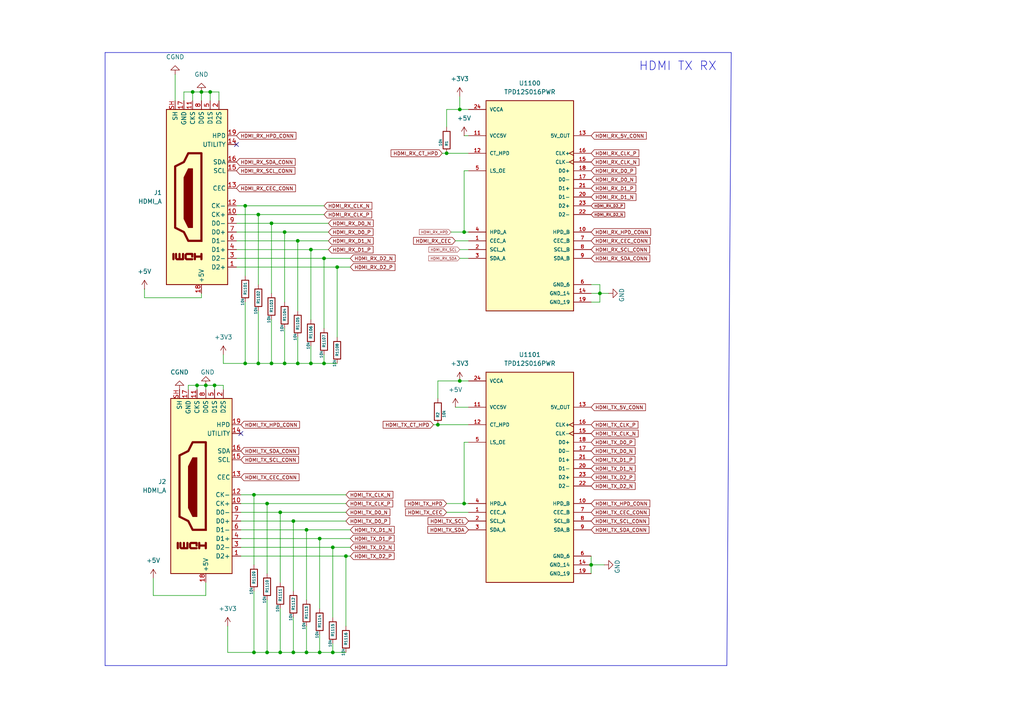
<source format=kicad_sch>
(kicad_sch (version 20231120) (generator "eeschema") (generator_version "8.0")
  (paper "A4")
  (lib_symbols
    (symbol "Connector:HDMI_A"
      (property "Reference" "J" (at -6.35 26.67 0))
      (property "Value" "HDMI_A" (at 10.16 26.67 0))
      (symbol "HDMI_A_0_0"
        (polyline (pts (xy 8.128 16.51) (xy 8.128 18.034)) (stroke (width 0.635)))
        (polyline (pts (xy 0 16.51) (xy 0 18.034) (xy 0 17.272) (xy 1.905 17.272) (xy 1.905 18.034) (xy 1.905 16.51)) (stroke (width 0.635)))
        (polyline (pts (xy 2.667 18.034) (xy 4.318 18.034) (xy 4.572 17.78) (xy 4.572 16.764) (xy 4.318 16.51) (xy 2.667 16.51) (xy 2.667 17.272)) (stroke (width 0.635)))
      )
      (symbol "HDMI_A_0_1"
        (rectangle (start -7.62 25.4) (end 10.16 -25.4) (stroke (width 0.254)) (fill (type background)))
        (polyline (pts (xy 2.54 8.89) (xy 3.81 8.89) (xy 5.08 6.35) (xy 5.08 -5.715) (xy 3.81 -8.255) (xy 2.54 -8.255) (xy 2.54 8.89)) (fill (type outline)))
        (polyline (pts (xy 5.334 16.51) (xy 5.334 18.034) (xy 6.35 18.034) (xy 6.35 16.51) (xy 6.35 18.034) (xy 7.112 18.034) (xy 7.366 17.78) (xy 7.366 16.51)) (stroke (width 0.635)))
        (polyline (pts (xy 0 12.7) (xy 0 -12.7) (xy 3.81 -12.7) (xy 5.08 -10.16) (xy 7.62 -8.89) (xy 7.62 8.89) (xy 5.08 10.16) (xy 3.81 12.7) (xy 0 12.7)) (stroke (width 0.635)))
      )
      (symbol "HDMI_A_1_1"
        (pin passive line (at -10.16 20.32 0) (length 2.54) (name "D2+") (number "1"))
        (pin passive line (at -10.16 5.08 0) (length 2.54) (name "CK+") (number "10"))
        (pin power_in line (at 2.54 -27.94 90) (length 2.54) (name "CKS") (number "11"))
        (pin passive line (at -10.16 2.54 0) (length 2.54) (name "CK-") (number "12"))
        (pin bidirectional line (at -10.16 -2.54 0) (length 2.54) (name "CEC") (number "13"))
        (pin passive line (at -10.16 -15.24 0) (length 2.54) (name "UTILITY") (number "14"))
        (pin passive line (at -10.16 -7.62 0) (length 2.54) (name "SCL") (number "15"))
        (pin bidirectional line (at -10.16 -10.16 0) (length 2.54) (name "SDA") (number "16"))
        (pin power_in line (at 5.08 -27.94 90) (length 2.54) (name "GND") (number "17"))
        (pin power_in line (at 0 27.94 270) (length 2.54) (name "+5V") (number "18"))
        (pin passive line (at -10.16 -17.78 0) (length 2.54) (name "HPD") (number "19"))
        (pin power_in line (at -5.08 -27.94 90) (length 2.54) (name "D2S") (number "2"))
        (pin passive line (at -10.16 17.78 0) (length 2.54) (name "D2-") (number "3"))
        (pin passive line (at -10.16 15.24 0) (length 2.54) (name "D1+") (number "4"))
        (pin power_in line (at -2.54 -27.94 90) (length 2.54) (name "D1S") (number "5"))
        (pin passive line (at -10.16 12.7 0) (length 2.54) (name "D1-") (number "6"))
        (pin passive line (at -10.16 10.16 0) (length 2.54) (name "D0+") (number "7"))
        (pin power_in line (at 0 -27.94 90) (length 2.54) (name "D0S") (number "8"))
        (pin passive line (at -10.16 7.62 0) (length 2.54) (name "D0-") (number "9"))
        (pin passive line (at 7.62 -27.94 90) (length 2.54) (name "SH") (number "SH"))
      )
    )
    (symbol "Device:R" (pin_numbers hide) (pin_names (offset 0))
      (property "Reference" "R" (at 2.032 0 90))
      (property "Value" "R" (at 0 0 90))
      (symbol "R_0_1"
        (rectangle (start -1.016 -2.54) (end 1.016 2.54) (stroke (width 0.254)))
      )
      (symbol "R_1_1"
        (pin passive line (at 0 3.81 270) (length 1.27) (name "~") (number "1"))
        (pin passive line (at 0 -3.81 90) (length 1.27) (name "~") (number "2"))
      )
    )
    (symbol "TPD12S016PWR:TPD12S016PWR" (pin_names (offset 1.016))
      (property "Reference" "U" (at -12.7 31.48 0))
      (property "Value" "TPD12S016PWR" (at -12.7 -33.02 0))
      (symbol "TPD12S016PWR_0_0"
        (rectangle (start -12.7 -30.48) (end 12.7 30.48) (stroke (width 0.254)) (fill (type background)))
        (pin bidirectional line (at -17.78 -10.16 0) (length 5.08) (name "CEC_A") (number "1"))
        (pin input line (at 17.78 -7.62 180) (length 5.08) (name "HPD_B") (number "10"))
        (pin input line (at -17.78 20.32 0) (length 5.08) (name "VCC5V") (number "11"))
        (pin input line (at -17.78 15.24 0) (length 5.08) (name "CT_HPD") (number "12"))
        (pin output line (at 17.78 20.32 180) (length 5.08) (name "5V_OUT") (number "13"))
        (pin power_in line (at 17.78 -25.4 180) (length 5.08) (name "GND_14") (number "14"))
        (pin bidirectional clock (at 17.78 12.7 180) (length 5.08) (name "CLK-") (number "15"))
        (pin bidirectional clock (at 17.78 15.24 180) (length 5.08) (name "CLK+") (number "16"))
        (pin bidirectional line (at 17.78 7.62 180) (length 5.08) (name "D0-") (number "17"))
        (pin bidirectional line (at 17.78 10.16 180) (length 5.08) (name "D0+") (number "18"))
        (pin power_in line (at 17.78 -27.94 180) (length 5.08) (name "GND_19") (number "19"))
        (pin bidirectional line (at -17.78 -12.7 0) (length 5.08) (name "SCL_A") (number "2"))
        (pin bidirectional line (at 17.78 2.54 180) (length 5.08) (name "D1-") (number "20"))
        (pin bidirectional line (at 17.78 5.08 180) (length 5.08) (name "D1+") (number "21"))
        (pin bidirectional line (at 17.78 -2.54 180) (length 5.08) (name "D2-") (number "22"))
        (pin bidirectional line (at 17.78 0 180) (length 5.08) (name "D2+") (number "23"))
        (pin power_in line (at -17.78 27.94 0) (length 5.08) (name "VCCA") (number "24"))
        (pin bidirectional line (at -17.78 -15.24 0) (length 5.08) (name "SDA_A") (number "3"))
        (pin output line (at -17.78 -7.62 0) (length 5.08) (name "HPD_A") (number "4"))
        (pin input line (at -17.78 10.16 0) (length 5.08) (name "LS_OE") (number "5"))
        (pin power_in line (at 17.78 -22.86 180) (length 5.08) (name "GND_6") (number "6"))
        (pin bidirectional line (at 17.78 -10.16 180) (length 5.08) (name "CEC_B") (number "7"))
        (pin bidirectional line (at 17.78 -12.7 180) (length 5.08) (name "SCL_B") (number "8"))
        (pin bidirectional line (at 17.78 -15.24 180) (length 5.08) (name "SDA_B") (number "9"))
      )
    )
    (symbol "power:+1V0" (power) (pin_numbers hide) (pin_names (offset 0) hide)
      (property "Value" "+1V0" (at 0 3.556 0))
      (symbol "+1V0_0_1"
        (polyline (pts (xy -0.762 1.27) (xy 0 2.54)))
        (polyline (pts (xy 0 0) (xy 0 2.54)))
        (polyline (pts (xy 0 2.54) (xy 0.762 1.27)))
      )
      (symbol "+1V0_1_1"
        (pin power_in line (at 0 0 90) (length 0) (name "~") (number "1"))
      )
    )
    (symbol "power:+5V" (power) (pin_numbers hide) (pin_names (offset 0) hide)
      (property "Value" "+5V" (at 0 3.556 0))
      (symbol "+5V_0_1"
        (polyline (pts (xy -0.762 1.27) (xy 0 2.54)))
        (polyline (pts (xy 0 0) (xy 0 2.54)))
        (polyline (pts (xy 0 2.54) (xy 0.762 1.27)))
      )
      (symbol "+5V_1_1"
        (pin power_in line (at 0 0 90) (length 0) (name "~") (number "1"))
      )
    )
    (symbol "power:GND" (power) (pin_numbers hide) (pin_names (offset 0) hide)
      (property "Value" "GND" (at 0 -3.81 0))
      (symbol "GND_0_1"
        (polyline (pts (xy 0 0) (xy 0 -1.27) (xy 1.27 -1.27) (xy 0 -2.54) (xy -1.27 -1.27) (xy 0 -1.27)))
      )
      (symbol "GND_1_1"
        (pin power_in line (at 0 0 270) (length 0) (name "~") (number "1"))
      )
    )
  )
  (junction (at 133.35 31.75))
  (junction (at 100.33 161.29))
  (junction (at 62.23 111.76))
  (junction (at 78.74 105.41))
  (junction (at 55.88 26.67))
  (junction (at 74.93 105.41))
  (junction (at 81.28 189.23))
  (junction (at 92.71 189.23))
  (junction (at 73.66 189.23))
  (junction (at 127 123.19))
  (junction (at 85.09 189.23))
  (junction (at 85.09 151.13))
  (junction (at 78.74 64.77))
  (junction (at 93.98 105.41))
  (junction (at 88.9 189.23))
  (junction (at 82.55 67.31))
  (junction (at 57.15 111.76))
  (junction (at 88.9 153.67))
  (junction (at 60.96 26.67))
  (junction (at 134.62 67.31))
  (junction (at 92.71 156.21))
  (junction (at 81.28 148.59))
  (junction (at 71.12 105.41))
  (junction (at 90.17 105.41))
  (junction (at 58.42 26.67))
  (junction (at 173.99 85.09))
  (junction (at 129.54 44.45))
  (junction (at 77.47 146.05))
  (junction (at 133.35 110.49))
  (junction (at 90.17 72.39))
  (junction (at 73.66 143.51))
  (junction (at 77.47 189.23))
  (junction (at 96.52 158.75))
  (junction (at 74.93 62.23))
  (junction (at 134.62 146.05))
  (junction (at 71.12 59.69))
  (junction (at 97.79 77.47))
  (junction (at 96.52 189.23))
  (junction (at 86.36 69.85))
  (junction (at 93.98 74.93))
  (junction (at 171.45 163.83))
  (junction (at 59.69 111.76))
  (junction (at 82.55 105.41))
  (junction (at 86.36 105.41))
  (no_connect (at 69.85 125.73))
  (no_connect (at 68.58 41.91))
  (wire (pts (xy 93.98 62.23) (xy 74.93 62.23)))
  (wire (pts (xy 132.08 69.85) (xy 135.89 69.85)))
  (wire (pts (xy 50.8 21.59) (xy 50.8 29.21)))
  (wire (pts (xy 78.74 92.71) (xy 78.74 105.41)))
  (wire (pts (xy 127 123.19) (xy 135.89 123.19)))
  (wire (pts (xy 92.71 189.23) (xy 96.52 189.23)))
  (wire (pts (xy 74.93 62.23) (xy 68.58 62.23)))
  (wire (pts (xy 44.45 172.72) (xy 59.69 172.72)))
  (wire (pts (xy 64.77 102.87) (xy 64.77 105.41)))
  (wire (pts (xy 171.45 82.55) (xy 173.99 82.55)))
  (wire (pts (xy 97.79 77.47) (xy 68.58 77.47)))
  (wire (pts (xy 74.93 105.41) (xy 71.12 105.41)))
  (wire (pts (xy 134.62 49.53) (xy 134.62 67.31)))
  (wire (pts (xy 133.35 27.94) (xy 133.35 31.75)))
  (wire (pts (xy 173.99 87.63) (xy 171.45 87.63)))
  (wire (pts (xy 128.27 44.45) (xy 129.54 44.45)))
  (wire (pts (xy 66.04 181.61) (xy 66.04 189.23)))
  (wire (pts (xy 59.69 111.76) (xy 57.15 111.76)))
  (wire (pts (xy 85.09 189.23) (xy 88.9 189.23)))
  (wire (pts (xy 93.98 74.93) (xy 68.58 74.93)))
  (wire (pts (xy 58.42 26.67) (xy 55.88 26.67)))
  (wire (pts (xy 133.35 72.39) (xy 135.89 72.39)))
  (wire (pts (xy 77.47 146.05) (xy 69.85 146.05)))
  (wire (pts (xy 59.69 172.72) (xy 59.69 168.91)))
  (wire (pts (xy 73.66 189.23) (xy 73.66 171.45)))
  (wire (pts (xy 101.6 158.75) (xy 96.52 158.75)))
  (wire (pts (xy 96.52 189.23) (xy 100.33 189.23)))
  (wire (pts (xy 88.9 181.61) (xy 88.9 189.23)))
  (wire (pts (xy 93.98 102.87) (xy 93.98 105.41)))
  (wire (pts (xy 86.36 105.41) (xy 82.55 105.41)))
  (wire (pts (xy 78.74 64.77) (xy 78.74 85.09)))
  (wire (pts (xy 78.74 105.41) (xy 74.93 105.41)))
  (wire (pts (xy 92.71 184.15) (xy 92.71 189.23)))
  (wire (pts (xy 77.47 173.99) (xy 77.47 189.23)))
  (wire (pts (xy 134.62 39.37) (xy 135.89 39.37)))
  (wire (pts (xy 135.89 128.27) (xy 134.62 128.27)))
  (wire (pts (xy 173.99 85.09) (xy 173.99 87.63)))
  (wire (pts (xy 132.08 118.11) (xy 135.89 118.11)))
  (wire (pts (xy 85.09 151.13) (xy 69.85 151.13)))
  (wire (pts (xy 54.61 111.76) (xy 54.61 113.03)))
  (polyline (pts (xy 212.09 15.24) (xy 210.82 193.04)))
  (wire (pts (xy 62.23 111.76) (xy 59.69 111.76)))
  (wire (pts (xy 63.5 26.67) (xy 60.96 26.67)))
  (wire (pts (xy 129.54 146.05) (xy 134.62 146.05)))
  (wire (pts (xy 64.77 111.76) (xy 62.23 111.76)))
  (wire (pts (xy 74.93 62.23) (xy 74.93 82.55)))
  (wire (pts (xy 90.17 92.71) (xy 90.17 72.39)))
  (wire (pts (xy 101.6 153.67) (xy 88.9 153.67)))
  (wire (pts (xy 81.28 148.59) (xy 81.28 168.91)))
  (wire (pts (xy 90.17 100.33) (xy 90.17 105.41)))
  (wire (pts (xy 58.42 26.67) (xy 58.42 29.21)))
  (wire (pts (xy 53.34 26.67) (xy 53.34 29.21)))
  (wire (pts (xy 77.47 146.05) (xy 77.47 166.37)))
  (wire (pts (xy 97.79 77.47) (xy 97.79 97.79)))
  (wire (pts (xy 41.91 86.36) (xy 41.91 83.82)))
  (wire (pts (xy 82.55 67.31) (xy 82.55 87.63)))
  (wire (pts (xy 93.98 74.93) (xy 93.98 95.25)))
  (wire (pts (xy 81.28 148.59) (xy 69.85 148.59)))
  (wire (pts (xy 134.62 146.05) (xy 135.89 146.05)))
  (wire (pts (xy 95.25 69.85) (xy 86.36 69.85)))
  (wire (pts (xy 92.71 156.21) (xy 92.71 176.53)))
  (wire (pts (xy 95.25 64.77) (xy 78.74 64.77)))
  (wire (pts (xy 58.42 86.36) (xy 58.42 85.09)))
  (wire (pts (xy 100.33 143.51) (xy 73.66 143.51)))
  (wire (pts (xy 78.74 64.77) (xy 68.58 64.77)))
  (wire (pts (xy 95.25 67.31) (xy 82.55 67.31)))
  (wire (pts (xy 82.55 95.25) (xy 82.55 105.41)))
  (wire (pts (xy 125.73 123.19) (xy 127 123.19)))
  (wire (pts (xy 176.53 85.09) (xy 173.99 85.09)))
  (wire (pts (xy 85.09 151.13) (xy 85.09 171.45)))
  (wire (pts (xy 100.33 161.29) (xy 100.33 181.61)))
  (wire (pts (xy 55.88 26.67) (xy 53.34 26.67)))
  (wire (pts (xy 101.6 74.93) (xy 93.98 74.93)))
  (wire (pts (xy 66.04 189.23) (xy 73.66 189.23)))
  (wire (pts (xy 100.33 161.29) (xy 69.85 161.29)))
  (wire (pts (xy 175.26 163.83) (xy 171.45 163.83)))
  (wire (pts (xy 63.5 29.21) (xy 63.5 26.67)))
  (wire (pts (xy 68.58 72.39) (xy 90.17 72.39)))
  (wire (pts (xy 73.66 189.23) (xy 77.47 189.23)))
  (wire (pts (xy 129.54 148.59) (xy 135.89 148.59)))
  (wire (pts (xy 88.9 153.67) (xy 88.9 173.99)))
  (wire (pts (xy 135.89 49.53) (xy 134.62 49.53)))
  (wire (pts (xy 171.45 161.29) (xy 171.45 163.83)))
  (wire (pts (xy 85.09 179.07) (xy 85.09 189.23)))
  (wire (pts (xy 127 115.57) (xy 127 110.49)))
  (wire (pts (xy 71.12 59.69) (xy 71.12 80.01)))
  (polyline (pts (xy 30.48 15.24) (xy 212.09 15.24)))
  (wire (pts (xy 100.33 146.05) (xy 77.47 146.05)))
  (wire (pts (xy 134.62 128.27) (xy 134.62 146.05)))
  (wire (pts (xy 74.93 90.17) (xy 74.93 105.41)))
  (wire (pts (xy 129.54 44.45) (xy 135.89 44.45)))
  (wire (pts (xy 100.33 151.13) (xy 85.09 151.13)))
  (wire (pts (xy 92.71 156.21) (xy 69.85 156.21)))
  (wire (pts (xy 129.54 31.75) (xy 133.35 31.75)))
  (wire (pts (xy 171.45 85.09) (xy 173.99 85.09)))
  (wire (pts (xy 59.69 111.76) (xy 59.69 113.03)))
  (wire (pts (xy 171.45 163.83) (xy 171.45 166.37)))
  (polyline (pts (xy 30.48 15.24) (xy 30.48 193.04)))
  (wire (pts (xy 133.35 31.75) (xy 135.89 31.75)))
  (wire (pts (xy 97.79 105.41) (xy 93.98 105.41)))
  (wire (pts (xy 96.52 158.75) (xy 69.85 158.75)))
  (wire (pts (xy 90.17 72.39) (xy 95.25 72.39)))
  (polyline (pts (xy 210.82 193.04) (xy 30.48 193.04)))
  (wire (pts (xy 71.12 59.69) (xy 68.58 59.69)))
  (wire (pts (xy 73.66 143.51) (xy 69.85 143.51)))
  (wire (pts (xy 57.15 111.76) (xy 54.61 111.76)))
  (wire (pts (xy 127 110.49) (xy 133.35 110.49)))
  (wire (pts (xy 64.77 113.03) (xy 64.77 111.76)))
  (wire (pts (xy 93.98 105.41) (xy 90.17 105.41)))
  (wire (pts (xy 134.62 67.31) (xy 135.89 67.31)))
  (wire (pts (xy 58.42 86.36) (xy 41.91 86.36)))
  (wire (pts (xy 96.52 186.69) (xy 96.52 189.23)))
  (wire (pts (xy 64.77 105.41) (xy 71.12 105.41)))
  (wire (pts (xy 96.52 158.75) (xy 96.52 179.07)))
  (wire (pts (xy 82.55 105.41) (xy 78.74 105.41)))
  (wire (pts (xy 71.12 105.41) (xy 71.12 87.63)))
  (wire (pts (xy 173.99 82.55) (xy 173.99 85.09)))
  (wire (pts (xy 86.36 69.85) (xy 68.58 69.85)))
  (wire (pts (xy 81.28 189.23) (xy 85.09 189.23)))
  (wire (pts (xy 57.15 111.76) (xy 57.15 113.03)))
  (wire (pts (xy 44.45 167.64) (xy 44.45 172.72)))
  (wire (pts (xy 133.35 74.93) (xy 135.89 74.93)))
  (wire (pts (xy 82.55 67.31) (xy 68.58 67.31)))
  (wire (pts (xy 90.17 105.41) (xy 86.36 105.41)))
  (wire (pts (xy 60.96 26.67) (xy 60.96 29.21)))
  (wire (pts (xy 86.36 69.85) (xy 86.36 90.17)))
  (wire (pts (xy 101.6 77.47) (xy 97.79 77.47)))
  (wire (pts (xy 88.9 153.67) (xy 69.85 153.67)))
  (wire (pts (xy 60.96 26.67) (xy 58.42 26.67)))
  (wire (pts (xy 130.81 67.31) (xy 134.62 67.31)))
  (wire (pts (xy 81.28 176.53) (xy 81.28 189.23)))
  (wire (pts (xy 129.54 36.83) (xy 129.54 31.75)))
  (wire (pts (xy 88.9 189.23) (xy 92.71 189.23)))
  (wire (pts (xy 55.88 26.67) (xy 55.88 29.21)))
  (wire (pts (xy 101.6 161.29) (xy 100.33 161.29)))
  (wire (pts (xy 93.98 59.69) (xy 71.12 59.69)))
  (wire (pts (xy 86.36 97.79) (xy 86.36 105.41)))
  (wire (pts (xy 100.33 148.59) (xy 81.28 148.59)))
  (wire (pts (xy 101.6 156.21) (xy 92.71 156.21)))
  (wire (pts (xy 62.23 111.76) (xy 62.23 113.03)))
  (wire (pts (xy 133.35 110.49) (xy 135.89 110.49)))
  (wire (pts (xy 73.66 143.51) (xy 73.66 163.83)))
  (wire (pts (xy 77.47 189.23) (xy 81.28 189.23)))
  (text "HDMI TX RX" (at 196.596 19.304 0) (effects (font (size 2.54 2.54))))
  (global_label "HDMI_TX_D1_N" (shape input) (at 171.45 135.89 0) (effects (font (size 1.016 1.016))) (property "Intersheetrefs" "${INTERSHEET_REFS}" (effects (hide yes))))
  (global_label "HDMI_TX_CLK_N" (shape input) (at 171.45 125.73 0) (effects (font (size 1.016 1.016))) (property "Intersheetrefs" "${INTERSHEET_REFS}" (effects (hide yes))))
  (global_label "HDMI_RX_HPD_CONN" (shape input) (at 171.45 67.31 0) (effects (font (size 1.016 1.016))) (property "Intersheetrefs" "${INTERSHEET_REFS}" (effects (hide yes))))
  (global_label "HDMI_TX_D1_N" (shape input) (at 101.6 153.67 0) (effects (font (size 1.016 1.016))) (property "Intersheetrefs" "${INTERSHEET_REFS}" (effects (hide yes))))
  (global_label "HDMI_TX_CLK_P" (shape input) (at 100.33 146.05 0) (effects (font (size 1.016 1.016))) (property "Intersheetrefs" "${INTERSHEET_REFS}" (effects (hide yes))))
  (global_label "HDMI_TX_HPD" (shape input) (at 129.54 146.05 180) (effects (font (size 1.016 1.016))) (property "Intersheetrefs" "${INTERSHEET_REFS}" (effects (hide yes))))
  (global_label "HDMI_RX_CEC" (shape input) (at 132.08 69.85 180) (effects (font (size 1.016 1.016))) (property "Intersheetrefs" "${INTERSHEET_REFS}" (effects (hide yes))))
  (global_label "HDMI_RX_D1_N" (shape input) (at 171.45 57.15 0) (effects (font (size 1.016 1.016))) (property "Intersheetrefs" "${INTERSHEET_REFS}" (effects (hide yes))))
  (global_label "HDMI_RX_CT_HPD" (shape input) (at 128.27 44.45 180) (effects (font (size 1.016 1.016))) (property "Intersheetrefs" "${INTERSHEET_REFS}" (effects (hide yes))))
  (global_label "HDMI_TX_SCL_CONN" (shape input) (at 171.45 151.13 0) (effects (font (size 1.016 1.016))) (property "Intersheetrefs" "${INTERSHEET_REFS}" (effects (hide yes))))
  (global_label "HDMI_RX_D2_N" (shape input) (at 171.45 62.23 0) (effects (font (size 0.762 0.762))) (property "Intersheetrefs" "${INTERSHEET_REFS}" (effects (hide yes))))
  (global_label "HDMI_TX_D2_P" (shape input) (at 101.6 161.29 0) (effects (font (size 1.016 1.016))) (property "Intersheetrefs" "${INTERSHEET_REFS}" (effects (hide yes))))
  (global_label "HDMI_RX_5V_CONN" (shape input) (at 171.45 39.37 0) (effects (font (size 1.016 1.016))) (property "Intersheetrefs" "${INTERSHEET_REFS}" (effects (hide yes))))
  (global_label "HDMI_TX_D0_P" (shape input) (at 171.45 128.27 0) (effects (font (size 1.016 1.016))) (property "Intersheetrefs" "${INTERSHEET_REFS}" (effects (hide yes))))
  (global_label "HDMI_RX_D1_P" (shape input) (at 95.25 72.39 0) (effects (font (size 1.016 1.016))) (property "Intersheetrefs" "${INTERSHEET_REFS}" (effects (hide yes))))
  (global_label "HDMI_TX_SDA_CONN" (shape input) (at 69.85 130.81 0) (effects (font (size 1.016 1.016))) (property "Intersheetrefs" "${INTERSHEET_REFS}" (effects (hide yes))))
  (global_label "HDMI_TX_CEC_CONN" (shape input) (at 69.85 138.43 0) (effects (font (size 1.016 1.016))) (property "Intersheetrefs" "${INTERSHEET_REFS}" (effects (hide yes))))
  (global_label "HDMI_RX_CLK_P" (shape input) (at 93.98 62.23 0) (effects (font (size 1.016 1.016))) (property "Intersheetrefs" "${INTERSHEET_REFS}" (effects (hide yes))))
  (global_label "HDMI_RX_D2_N" (shape input) (at 101.6 74.93 0) (effects (font (size 1.016 1.016))) (property "Intersheetrefs" "${INTERSHEET_REFS}" (effects (hide yes))))
  (global_label "HDMI_TX_SCL_CONN" (shape input) (at 69.85 133.35 0) (effects (font (size 1.016 1.016))) (property "Intersheetrefs" "${INTERSHEET_REFS}" (effects (hide yes))))
  (global_label "HDMI_RX_D0_N" (shape input) (at 171.45 52.07 0) (effects (font (size 1.016 1.016))) (property "Intersheetrefs" "${INTERSHEET_REFS}" (effects (hide yes))))
  (global_label "HDMI_RX_HPD" (shape input) (at 130.81 67.31 180) (effects (font (size 0.762 0.762) (thickness 0.0953))) (property "Intersheetrefs" "${INTERSHEET_REFS}" (effects (hide yes))))
  (global_label "HDMI_TX_D1_P" (shape input) (at 101.6 156.21 0) (effects (font (size 1.016 1.016))) (property "Intersheetrefs" "${INTERSHEET_REFS}" (effects (hide yes))))
  (global_label "HDMI_TX_SDA" (shape input) (at 135.89 153.67 180) (effects (font (size 1.016 1.016))) (property "Intersheetrefs" "${INTERSHEET_REFS}" (effects (hide yes))))
  (global_label "HDMI_TX_HPD_CONN" (shape input) (at 171.45 146.05 0) (effects (font (size 1.016 1.016))) (property "Intersheetrefs" "${INTERSHEET_REFS}" (effects (hide yes))))
  (global_label "HDMI_TX_D0_N" (shape input) (at 100.33 148.59 0) (effects (font (size 1.016 1.016))) (property "Intersheetrefs" "${INTERSHEET_REFS}" (effects (hide yes))))
  (global_label "HDMI_TX_CLK_N" (shape input) (at 100.33 143.51 0) (effects (font (size 1.016 1.016))) (property "Intersheetrefs" "${INTERSHEET_REFS}" (effects (hide yes))))
  (global_label "HDMI_TX_D2_N" (shape input) (at 171.45 140.97 0) (effects (font (size 1.016 1.016))) (property "Intersheetrefs" "${INTERSHEET_REFS}" (effects (hide yes))))
  (global_label "HDMI_TX_D2_P" (shape input) (at 171.45 138.43 0) (effects (font (size 1.016 1.016))) (property "Intersheetrefs" "${INTERSHEET_REFS}" (effects (hide yes))))
  (global_label "HDMI_RX_CEC_CONN" (shape input) (at 171.45 69.85 0) (effects (font (size 1.016 1.016))) (property "Intersheetrefs" "${INTERSHEET_REFS}" (effects (hide yes))))
  (global_label "HDMI_TX_CEC" (shape input) (at 129.54 148.59 180) (effects (font (size 1.016 1.016))) (property "Intersheetrefs" "${INTERSHEET_REFS}" (effects (hide yes))))
  (global_label "HDMI_RX_CEC_CONN" (shape input) (at 68.58 54.61 0) (effects (font (size 1.016 1.016))) (property "Intersheetrefs" "${INTERSHEET_REFS}" (effects (hide yes))))
  (global_label "HDMI_TX_CT_HPD" (shape input) (at 125.73 123.19 180) (effects (font (size 1.016 1.016))) (property "Intersheetrefs" "${INTERSHEET_REFS}" (effects (hide yes))))
  (global_label "HDMI_RX_SCL" (shape input) (at 133.35 72.39 180) (effects (font (size 0.762 0.762) (thickness 0.0953))) (property "Intersheetrefs" "${INTERSHEET_REFS}" (effects (hide yes))))
  (global_label "HDMI_TX_CLK_P" (shape input) (at 171.45 123.19 0) (effects (font (size 1.016 1.016))) (property "Intersheetrefs" "${INTERSHEET_REFS}" (effects (hide yes))))
  (global_label "HDMI_RX_D0_P" (shape input) (at 95.25 67.31 0) (effects (font (size 1.016 1.016))) (property "Intersheetrefs" "${INTERSHEET_REFS}" (effects (hide yes))))
  (global_label "HDMI_RX_D0_N" (shape input) (at 95.25 64.77 0) (effects (font (size 1.016 1.016))) (property "Intersheetrefs" "${INTERSHEET_REFS}" (effects (hide yes))))
  (global_label "HDMI_RX_SDA" (shape input) (at 133.35 74.93 180) (effects (font (size 0.762 0.762) (thickness 0.0953))) (property "Intersheetrefs" "${INTERSHEET_REFS}" (effects (hide yes))))
  (global_label "HDMI_TX_D0_P" (shape input) (at 100.33 151.13 0) (effects (font (size 1.016 1.016))) (property "Intersheetrefs" "${INTERSHEET_REFS}" (effects (hide yes))))
  (global_label "HDMI_TX_SCL" (shape input) (at 135.89 151.13 180) (effects (font (size 1.016 1.016))) (property "Intersheetrefs" "${INTERSHEET_REFS}" (effects (hide yes))))
  (global_label "HDMI_RX_D2_P" (shape input) (at 171.45 59.69 0) (effects (font (size 0.762 0.762))) (property "Intersheetrefs" "${INTERSHEET_REFS}" (effects (hide yes))))
  (global_label "HDMI_RX_HPD_CONN" (shape input) (at 68.58 39.37 0) (effects (font (size 1.016 1.016))) (property "Intersheetrefs" "${INTERSHEET_REFS}" (effects (hide yes))))
  (global_label "HDMI_TX_D0_N" (shape input) (at 171.45 130.81 0) (effects (font (size 1.016 1.016))) (property "Intersheetrefs" "${INTERSHEET_REFS}" (effects (hide yes))))
  (global_label "HDMI_TX_5V_CONN" (shape input) (at 171.45 118.11 0) (effects (font (size 1.016 1.016))) (property "Intersheetrefs" "${INTERSHEET_REFS}" (effects (hide yes))))
  (global_label "HDMI_TX_D1_P" (shape input) (at 171.45 133.35 0) (effects (font (size 1.016 1.016))) (property "Intersheetrefs" "${INTERSHEET_REFS}" (effects (hide yes))))
  (global_label "HDMI_TX_SDA_CONN" (shape input) (at 171.45 153.67 0) (effects (font (size 1.016 1.016))) (property "Intersheetrefs" "${INTERSHEET_REFS}" (effects (hide yes))))
  (global_label "HDMI_RX_D2_P" (shape input) (at 101.6 77.47 0) (effects (font (size 1.016 1.016))) (property "Intersheetrefs" "${INTERSHEET_REFS}" (effects (hide yes))))
  (global_label "HDMI_RX_D1_P" (shape input) (at 171.45 54.61 0) (effects (font (size 1.016 1.016))) (property "Intersheetrefs" "${INTERSHEET_REFS}" (effects (hide yes))))
  (global_label "HDMI_RX_D0_P" (shape input) (at 171.45 49.53 0) (effects (font (size 1.016 1.016))) (property "Intersheetrefs" "${INTERSHEET_REFS}" (effects (hide yes))))
  (global_label "HDMI_RX_SDA_CONN" (shape input) (at 171.45 74.93 0) (effects (font (size 1.016 1.016))) (property "Intersheetrefs" "${INTERSHEET_REFS}" (effects (hide yes))))
  (global_label "HDMI_RX_CLK_N" (shape input) (at 93.98 59.69 0) (effects (font (size 1.016 1.016))) (property "Intersheetrefs" "${INTERSHEET_REFS}" (effects (hide yes))))
  (global_label "HDMI_TX_HPD_CONN" (shape input) (at 69.85 123.19 0) (effects (font (size 1.016 1.016))) (property "Intersheetrefs" "${INTERSHEET_REFS}" (effects (hide yes))))
  (global_label "HDMI_RX_SCL_CONN" (shape input) (at 171.45 72.39 0) (effects (font (size 1.016 1.016))) (property "Intersheetrefs" "${INTERSHEET_REFS}" (effects (hide yes))))
  (global_label "HDMI_RX_SDA_CONN" (shape input) (at 68.58 46.99 0) (effects (font (size 1.016 1.016))) (property "Intersheetrefs" "${INTERSHEET_REFS}" (effects (hide yes))))
  (global_label "HDMI_TX_D2_N" (shape input) (at 101.6 158.75 0) (effects (font (size 1.016 1.016))) (property "Intersheetrefs" "${INTERSHEET_REFS}" (effects (hide yes))))
  (global_label "HDMI_RX_CLK_P" (shape input) (at 171.45 44.45 0) (effects (font (size 1.016 1.016))) (property "Intersheetrefs" "${INTERSHEET_REFS}" (effects (hide yes))))
  (global_label "HDMI_RX_SCL_CONN" (shape input) (at 68.58 49.53 0) (effects (font (size 1.016 1.016))) (property "Intersheetrefs" "${INTERSHEET_REFS}" (effects (hide yes))))
  (global_label "HDMI_RX_D1_N" (shape input) (at 95.25 69.85 0) (effects (font (size 1.016 1.016))) (property "Intersheetrefs" "${INTERSHEET_REFS}" (effects (hide yes))))
  (global_label "HDMI_RX_CLK_N" (shape input) (at 171.45 46.99 0) (effects (font (size 1.016 1.016))) (property "Intersheetrefs" "${INTERSHEET_REFS}" (effects (hide yes))))
  (global_label "HDMI_TX_CEC_CONN" (shape input) (at 171.45 148.59 0) (effects (font (size 1.016 1.016))) (property "Intersheetrefs" "${INTERSHEET_REFS}" (effects (hide yes))))
  (symbol (lib_id "power:GND") (at 50.8 21.59 180) (unit 1)
    (property "Reference" "#PWR0110" (effects (hide yes)))
    (property "Value" "CGND" (at 50.8 16.51 0))
    (property "Description" "Power symbol creates a global label with name \"GND\" , ground" (effects (hide yes)))
  )
  (symbol (lib_id "Device:R") (at 88.9 177.8 0) (unit 1)
    (property "Reference" "R1113" (at 88.9 179.578 90) (effects (font (size 0.762 0.762)) (justify left)))
    (property "Value" "10k" (at 88.138 182.626 90) (effects (font (size 0.762 0.762)) (justify left)))
    (property "Footprint" "Resistor_SMD:R_0402_1005Metric" (effects (hide yes)))
    (property "Description" "Resistor" (effects (hide yes)))
    (property "LCSC" "C25744" (effects (hide yes)))
    (property "Manufacturer Part Number" "0402WGF1002TCE" (effects (hide yes)))
  )
  (symbol (lib_id "Connector:HDMI_A") (at 58.42 57.15 180) (unit 1)
    (property "Reference" "J1" (at 46.99 55.8799 0) (effects (justify left)))
    (property "Value" "HDMI_A" (at 46.99 58.4199 0) (effects (justify left)))
    (property "Footprint" "easyeda2kicad_foorprint:HDMI-SMD_GT-HD001A-FNNG0" (effects (hide yes)))
    (property "Datasheet" "https://en.wikipedia.org/wiki/HDMI" (effects (hide yes)))
    (property "Description" "HDMI type A connector" (effects (hide yes)))
    (property "Manufacturer Part Number" "KH-HDMI-19P-Cu" (effects (hide yes)))
    (property "LCSC" "C709361" (effects (hide yes)))
  )
  (symbol (lib_id "Device:R") (at 81.28 172.72 0) (unit 1)
    (property "Reference" "R1111" (at 81.28 174.498 90) (effects (font (size 0.762 0.762)) (justify left)))
    (property "Value" "10k" (at 80.518 177.546 90) (effects (font (size 0.762 0.762)) (justify left)))
    (property "Footprint" "Resistor_SMD:R_0402_1005Metric" (effects (hide yes)))
    (property "Description" "Resistor" (effects (hide yes)))
    (property "LCSC" "C25744" (effects (hide yes)))
    (property "Manufacturer Part Number" "0402WGF1002TCE" (effects (hide yes)))
  )
  (symbol (lib_id "Device:R") (at 92.71 180.34 0) (unit 1)
    (property "Reference" "R1114" (at 92.71 182.118 90) (effects (font (size 0.762 0.762)) (justify left)))
    (property "Value" "10k" (at 91.948 185.166 90) (effects (font (size 0.762 0.762)) (justify left)))
    (property "Footprint" "Resistor_SMD:R_0402_1005Metric" (effects (hide yes)))
    (property "Description" "Resistor" (effects (hide yes)))
    (property "LCSC" "C25744" (effects (hide yes)))
    (property "Manufacturer Part Number" "0402WGF1002TCE" (effects (hide yes)))
  )
  (symbol (lib_id "power:+1V0") (at 64.77 102.87 0) (unit 1)
    (property "Reference" "#PWR0141" (effects (hide yes)))
    (property "Value" "+3V3" (at 64.77 97.79 0))
    (property "Description" "Power symbol creates a global label with name \"+1V0\"" (effects (hide yes)))
  )
  (symbol (lib_id "Device:R") (at 85.09 175.26 0) (unit 1)
    (property "Reference" "R1112" (at 85.09 177.038 90) (effects (font (size 0.762 0.762)) (justify left)))
    (property "Value" "10k" (at 84.328 180.086 90) (effects (font (size 0.762 0.762)) (justify left)))
    (property "Footprint" "Resistor_SMD:R_0402_1005Metric" (effects (hide yes)))
    (property "Description" "Resistor" (effects (hide yes)))
    (property "LCSC" "C25744" (effects (hide yes)))
    (property "Manufacturer Part Number" "0402WGF1002TCE" (effects (hide yes)))
  )
  (symbol (lib_id "power:+5V") (at 134.62 39.37 0) (unit 1)
    (property "Reference" "#PWR0231" (effects (hide yes)))
    (property "Value" "+5V" (at 134.62 34.29 0))
    (property "Description" "Power symbol creates a global label with name \"+5V\"" (effects (hide yes)))
  )
  (symbol (lib_id "power:+5V") (at 44.45 167.64 0) (unit 1)
    (property "Reference" "#PWR0214" (effects (hide yes)))
    (property "Value" "+5V" (at 44.45 162.56 0))
    (property "Description" "Power symbol creates a global label with name \"+5V\"" (effects (hide yes)))
  )
  (symbol (lib_id "power:GND") (at 58.42 26.67 180) (unit 1)
    (property "Reference" "#PWR0139" (effects (hide yes)))
    (property "Value" "GND" (at 58.42 21.59 0))
    (property "Description" "Power symbol creates a global label with name \"GND\" , ground" (effects (hide yes)))
  )
  (symbol (lib_id "Device:R") (at 73.66 167.64 0) (unit 1)
    (property "Reference" "R1109" (at 73.66 169.418 90) (effects (font (size 0.762 0.762)) (justify left)))
    (property "Value" "10k" (at 72.898 172.466 90) (effects (font (size 0.762 0.762)) (justify left)))
    (property "Footprint" "Resistor_SMD:R_0402_1005Metric" (effects (hide yes)))
    (property "Description" "Resistor" (effects (hide yes)))
    (property "LCSC" "C25744" (effects (hide yes)))
    (property "Manufacturer Part Number" "0402WGF1002TCE" (effects (hide yes)))
  )
  (symbol (lib_id "Device:R") (at 74.93 86.36 0) (unit 1)
    (property "Reference" "R1102" (at 74.93 88.138 90) (effects (font (size 0.762 0.762)) (justify left)))
    (property "Value" "10k" (at 74.168 91.186 90) (effects (font (size 0.762 0.762)) (justify left)))
    (property "Footprint" "Resistor_SMD:R_0402_1005Metric" (effects (hide yes)))
    (property "Description" "Resistor" (effects (hide yes)))
    (property "LCSC" "C25744" (effects (hide yes)))
    (property "Manufacturer Part Number" "0402WGF1002TCE" (effects (hide yes)))
  )
  (symbol (lib_id "Device:R") (at 127 119.38 0) (mirror y) (unit 1)
    (property "Reference" "R2" (at 127 121.158 90) (effects (font (size 0.762 0.762)) (justify left)))
    (property "Value" "10k" (at 128.778 121.158 90) (effects (font (size 0.762 0.762)) (justify left)))
    (property "Footprint" "Resistor_SMD:R_0402_1005Metric" (effects (hide yes)))
    (property "Description" "Resistor" (effects (hide yes)))
    (property "LCSC" "C25744" (effects (hide yes)))
    (property "Manufacturer Part Number" "0402WGF1002TCE" (effects (hide yes)))
  )
  (symbol (lib_id "Connector:HDMI_A") (at 59.69 140.97 180) (unit 1)
    (property "Reference" "J2" (at 48.26 139.6999 0) (effects (justify left)))
    (property "Value" "HDMI_A" (at 48.26 142.2399 0) (effects (justify left)))
    (property "Footprint" "easyeda2kicad_foorprint:HDMI-SMD_GT-HD001A-FNNG0" (effects (hide yes)))
    (property "Datasheet" "https://en.wikipedia.org/wiki/HDMI" (effects (hide yes)))
    (property "Description" "HDMI type A connector" (effects (hide yes)))
    (property "Manufacturer Part Number" "KH-HDMI-19P-Cu" (effects (hide yes)))
    (property "LCSC" "C709361" (effects (hide yes)))
  )
  (symbol (lib_id "power:+1V0") (at 66.04 181.61 0) (unit 1)
    (property "Reference" "#PWR0164" (effects (hide yes)))
    (property "Value" "+3V3" (at 66.04 176.53 0))
    (property "Description" "Power symbol creates a global label with name \"+1V0\"" (effects (hide yes)))
  )
  (symbol (lib_id "power:GND") (at 59.69 111.76 180) (unit 1)
    (property "Reference" "#PWR0140" (effects (hide yes)))
    (property "Value" "GND" (at 60.198 107.95 0))
    (property "Description" "Power symbol creates a global label with name \"GND\" , ground" (effects (hide yes)))
  )
  (symbol (lib_id "power:GND") (at 175.26 163.83 90) (unit 1)
    (property "Reference" "#PWR0233" (effects (hide yes)))
    (property "Value" "GND" (at 179.07 164.338 0))
    (property "Description" "Power symbol creates a global label with name \"GND\" , ground" (effects (hide yes)))
  )
  (symbol (lib_id "power:GND") (at 52.07 113.03 180) (unit 1)
    (property "Reference" "#PWR0111" (effects (hide yes)))
    (property "Value" "CGND" (at 52.07 107.95 0))
    (property "Description" "Power symbol creates a global label with name \"GND\" , ground" (effects (hide yes)))
  )
  (symbol (lib_id "power:+1V0") (at 133.35 27.94 0) (unit 1)
    (property "Reference" "#PWR0211" (effects (hide yes)))
    (property "Value" "+3V3" (at 133.35 22.86 0))
    (property "Description" "Power symbol creates a global label with name \"+1V0\"" (effects (hide yes)))
  )
  (symbol (lib_id "Device:R") (at 100.33 185.42 0) (unit 1)
    (property "Reference" "R1116" (at 100.33 187.198 90) (effects (font (size 0.762 0.762)) (justify left)))
    (property "Value" "10k" (at 99.568 190.246 90) (effects (font (size 0.762 0.762)) (justify left)))
    (property "Footprint" "Resistor_SMD:R_0402_1005Metric" (effects (hide yes)))
    (property "Description" "Resistor" (effects (hide yes)))
    (property "LCSC" "C25744" (effects (hide yes)))
    (property "Manufacturer Part Number" "0402WGF1002TCE" (effects (hide yes)))
  )
  (symbol (lib_id "Device:R") (at 71.12 83.82 0) (unit 1)
    (property "Reference" "R1101" (at 71.12 85.598 90) (effects (font (size 0.762 0.762)) (justify left)))
    (property "Value" "10k" (at 70.358 88.646 90) (effects (font (size 0.762 0.762)) (justify left)))
    (property "Footprint" "Resistor_SMD:R_0402_1005Metric" (effects (hide yes)))
    (property "Description" "Resistor" (effects (hide yes)))
    (property "LCSC" "C25744" (effects (hide yes)))
    (property "Manufacturer Part Number" "0402WGF1002TCE" (effects (hide yes)))
  )
  (symbol (lib_id "power:+5V") (at 41.91 83.82 0) (mirror y) (unit 1)
    (property "Reference" "#PWR0213" (effects (hide yes)))
    (property "Value" "+5V" (at 41.91 78.74 0))
    (property "Description" "Power symbol creates a global label with name \"+5V\"" (effects (hide yes)))
  )
  (symbol (lib_id "power:+1V0") (at 133.35 110.49 0) (unit 1)
    (property "Reference" "#PWR0212" (effects (hide yes)))
    (property "Value" "+3V3" (at 133.35 105.41 0))
    (property "Description" "Power symbol creates a global label with name \"+1V0\"" (effects (hide yes)))
  )
  (symbol (lib_id "Device:R") (at 96.52 182.88 0) (unit 1)
    (property "Reference" "R1115" (at 96.52 184.658 90) (effects (font (size 0.762 0.762)) (justify left)))
    (property "Value" "10k" (at 95.758 187.706 90) (effects (font (size 0.762 0.762)) (justify left)))
    (property "Footprint" "Resistor_SMD:R_0402_1005Metric" (effects (hide yes)))
    (property "Description" "Resistor" (effects (hide yes)))
    (property "LCSC" "C25744" (effects (hide yes)))
    (property "Manufacturer Part Number" "0402WGF1002TCE" (effects (hide yes)))
  )
  (symbol (lib_id "Device:R") (at 82.55 91.44 0) (unit 1)
    (property "Reference" "R1104" (at 82.55 93.218 90) (effects (font (size 0.762 0.762)) (justify left)))
    (property "Value" "10k" (at 81.788 96.266 90) (effects (font (size 0.762 0.762)) (justify left)))
    (property "Footprint" "Resistor_SMD:R_0402_1005Metric" (effects (hide yes)))
    (property "Description" "Resistor" (effects (hide yes)))
    (property "LCSC" "C25744" (effects (hide yes)))
    (property "Manufacturer Part Number" "0402WGF1002TCE" (effects (hide yes)))
  )
  (symbol (lib_id "Device:R") (at 129.54 40.64 0) (unit 1)
    (property "Reference" "R1" (at 129.54 42.418 90) (effects (font (size 0.762 0.762)) (justify left)))
    (property "Value" "10k" (at 127.762 42.418 90) (effects (font (size 0.762 0.762)) (justify left)))
    (property "Footprint" "Resistor_SMD:R_0402_1005Metric" (effects (hide yes)))
    (property "Description" "Resistor" (effects (hide yes)))
    (property "LCSC" "C25744" (effects (hide yes)))
    (property "Manufacturer Part Number" "0402WGF1002TCE" (effects (hide yes)))
  )
  (symbol (lib_id "Device:R") (at 77.47 170.18 0) (unit 1)
    (property "Reference" "R1110" (at 77.47 171.958 90) (effects (font (size 0.762 0.762)) (justify left)))
    (property "Value" "10k" (at 76.708 175.006 90) (effects (font (size 0.762 0.762)) (justify left)))
    (property "Footprint" "Resistor_SMD:R_0402_1005Metric" (effects (hide yes)))
    (property "Description" "Resistor" (effects (hide yes)))
    (property "LCSC" "C25744" (effects (hide yes)))
    (property "Manufacturer Part Number" "0402WGF1002TCE" (effects (hide yes)))
  )
  (symbol (lib_id "power:+5V") (at 132.08 118.11 0) (unit 1)
    (property "Reference" "#PWR0184" (effects (hide yes)))
    (property "Value" "+5V" (at 132.08 113.03 0))
    (property "Description" "Power symbol creates a global label with name \"+5V\"" (effects (hide yes)))
  )
  (symbol (lib_id "Device:R") (at 90.17 96.52 0) (unit 1)
    (property "Reference" "R1106" (at 90.17 98.298 90) (effects (font (size 0.762 0.762)) (justify left)))
    (property "Value" "10k" (at 89.408 101.346 90) (effects (font (size 0.762 0.762)) (justify left)))
    (property "Footprint" "Resistor_SMD:R_0402_1005Metric" (effects (hide yes)))
    (property "Description" "Resistor" (effects (hide yes)))
    (property "LCSC" "C25744" (effects (hide yes)))
    (property "Manufacturer Part Number" "0402WGF1002TCE" (effects (hide yes)))
  )
  (symbol (lib_id "Device:R") (at 93.98 99.06 0) (unit 1)
    (property "Reference" "R1107" (at 93.98 100.838 90) (effects (font (size 0.762 0.762)) (justify left)))
    (property "Value" "10k" (at 93.218 103.886 90) (effects (font (size 0.762 0.762)) (justify left)))
    (property "Footprint" "Resistor_SMD:R_0402_1005Metric" (effects (hide yes)))
    (property "Description" "Resistor" (effects (hide yes)))
    (property "LCSC" "C25744" (effects (hide yes)))
    (property "Manufacturer Part Number" "0402WGF1002TCE" (effects (hide yes)))
  )
  (symbol (lib_id "power:GND") (at 176.53 85.09 90) (unit 1)
    (property "Reference" "#PWR0234" (effects (hide yes)))
    (property "Value" "GND" (at 180.34 85.598 0))
    (property "Description" "Power symbol creates a global label with name \"GND\" , ground" (effects (hide yes)))
  )
  (symbol (lib_id "TPD12S016PWR:TPD12S016PWR") (at 153.67 138.43 0) (unit 1)
    (property "Reference" "U1101" (at 153.67 102.87 0))
    (property "Value" "TPD12S016PWR" (at 153.67 105.41 0))
    (property "Footprint" "easyeda2kicad_foorprint:TSSOP-24_L7.8-W4.4-P0.65-LS6.4-BL" (effects (hide yes)))
    (property "MF" "Texas Instruments" (effects (hide yes)))
    (property "MAXIMUM_PACKAGE_HEIGHT" "1.2 mm" (effects (hide yes)))
    (property "Package" "TSSOP-24 Texas Instruments" (effects (hide yes)))
    (property "Price" "None" (effects (hide yes)))
    (property "Check_prices" "https://www.snapeda.com/parts/TPD12S016PWR/Texas+Instruments/view-part/?ref=eda" (effects (hide yes)))
    (property "STANDARD" "IPC 7351B" (effects (hide yes)))
    (property "PARTREV" "F" (effects (hide yes)))
    (property "SnapEDA_Link" "https://www.snapeda.com/parts/TPD12S016PWR/Texas+Instruments/view-part/?ref=snap" (effects (hide yes)))
    (property "MP" "TPD12S016PWR" (effects (hide yes)))
    (property "Description_1" "\n                        \n                            Value-line HDMI companion chip for Portable applications\n                        \n" (effects (hide yes)))
    (property "Availability" "In Stock" (effects (hide yes)))
    (property "MANUFACTURER" "Texas Instruments" (effects (hide yes)))
    (property "Manufacturer Part Number" "TPD12S016PWR" (effects (hide yes)))
    (property "LCSC" "C201665" (effects (hide yes)))
  )
  (symbol (lib_id "TPD12S016PWR:TPD12S016PWR") (at 153.67 59.69 0) (unit 1)
    (property "Reference" "U1100" (at 153.67 24.13 0))
    (property "Value" "TPD12S016PWR" (at 153.67 26.67 0))
    (property "Footprint" "easyeda2kicad_foorprint:TSSOP-24_L7.8-W4.4-P0.65-LS6.4-BL" (effects (hide yes)))
    (property "MF" "Texas Instruments" (effects (hide yes)))
    (property "MAXIMUM_PACKAGE_HEIGHT" "1.2 mm" (effects (hide yes)))
    (property "Package" "TSSOP-24 Texas Instruments" (effects (hide yes)))
    (property "Price" "None" (effects (hide yes)))
    (property "Check_prices" "https://www.snapeda.com/parts/TPD12S016PWR/Texas+Instruments/view-part/?ref=eda" (effects (hide yes)))
    (property "STANDARD" "IPC 7351B" (effects (hide yes)))
    (property "PARTREV" "F" (effects (hide yes)))
    (property "SnapEDA_Link" "https://www.snapeda.com/parts/TPD12S016PWR/Texas+Instruments/view-part/?ref=snap" (effects (hide yes)))
    (property "MP" "TPD12S016PWR" (effects (hide yes)))
    (property "Description_1" "\n                        \n                            Value-line HDMI companion chip for Portable applications\n                        \n" (effects (hide yes)))
    (property "Availability" "In Stock" (effects (hide yes)))
    (property "MANUFACTURER" "Texas Instruments" (effects (hide yes)))
    (property "Manufacturer Part Number" "TPD12S016PWR" (effects (hide yes)))
    (property "LCSC" "C201665" (effects (hide yes)))
  )
  (symbol (lib_id "Device:R") (at 78.74 88.9 0) (unit 1)
    (property "Reference" "R1103" (at 78.74 90.678 90) (effects (font (size 0.762 0.762)) (justify left)))
    (property "Value" "10k" (at 77.978 93.726 90) (effects (font (size 0.762 0.762)) (justify left)))
    (property "Footprint" "Resistor_SMD:R_0402_1005Metric" (effects (hide yes)))
    (property "Description" "Resistor" (effects (hide yes)))
    (property "LCSC" "C25744" (effects (hide yes)))
    (property "Manufacturer Part Number" "0402WGF1002TCE" (effects (hide yes)))
  )
  (symbol (lib_id "Device:R") (at 86.36 93.98 0) (unit 1)
    (property "Reference" "R1105" (at 86.36 95.758 90) (effects (font (size 0.762 0.762)) (justify left)))
    (property "Value" "10k" (at 85.598 98.806 90) (effects (font (size 0.762 0.762)) (justify left)))
    (property "Footprint" "Resistor_SMD:R_0402_1005Metric" (effects (hide yes)))
    (property "Description" "Resistor" (effects (hide yes)))
    (property "LCSC" "C25744" (effects (hide yes)))
    (property "Manufacturer Part Number" "0402WGF1002TCE" (effects (hide yes)))
  )
  (symbol (lib_id "Device:R") (at 97.79 101.6 0) (unit 1)
    (property "Reference" "R1108" (at 97.79 103.378 90) (effects (font (size 0.762 0.762)) (justify left)))
    (property "Value" "10k" (at 97.028 106.426 90) (effects (font (size 0.762 0.762)) (justify left)))
    (property "Footprint" "Resistor_SMD:R_0402_1005Metric" (effects (hide yes)))
    (property "Description" "Resistor" (effects (hide yes)))
    (property "LCSC" "C25744" (effects (hide yes)))
    (property "Manufacturer Part Number" "0402WGF1002TCE" (effects (hide yes)))
  )
)
</source>
